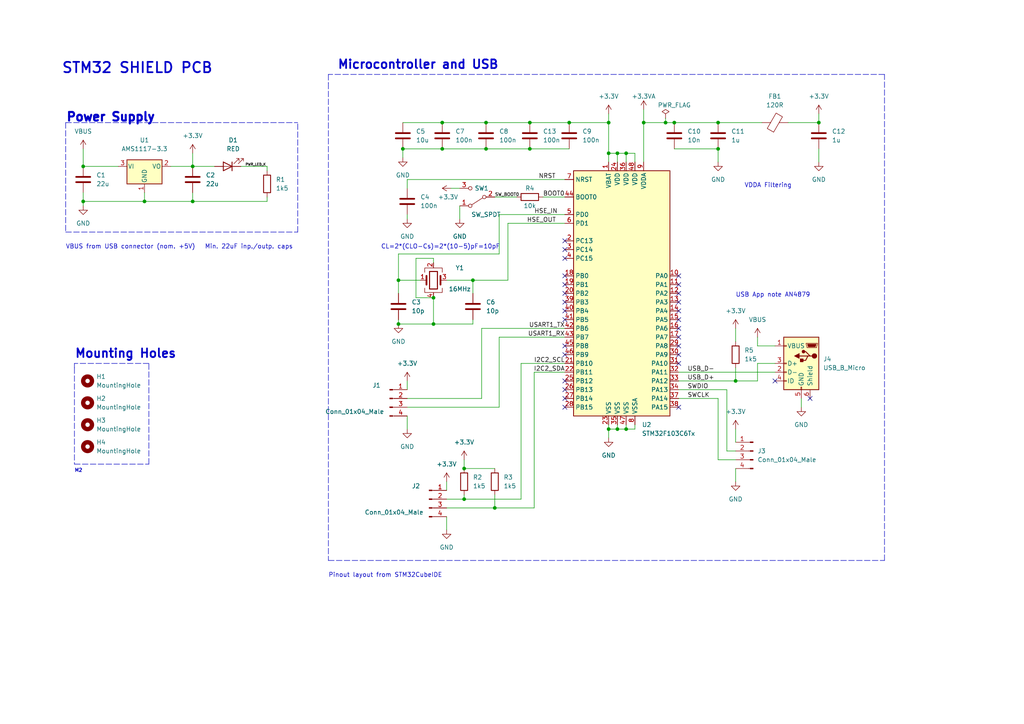
<source format=kicad_sch>
(kicad_sch (version 20211123) (generator eeschema)
  (paper "A4")
  (title_block (title "STM32 Shield PCB") (date "2024-04-16") (rev "0.1") (company "Robert Zhang"))
  (lib_symbols
    (symbol "Connector:Conn_01x04_Male" (pin_names (offset 1.016) hide)
      (property "Reference" "J" (at 0 5.08 0))
      (property "Value" "Conn_01x04_Male" (at 0 -7.62 0))
      (symbol "Conn_01x04_Male_1_1"
        (polyline (pts (xy 1.27 -5.08) (xy 0.8636 -5.08)) (stroke (width 0.1524)))
        (polyline (pts (xy 1.27 -2.54) (xy 0.8636 -2.54)) (stroke (width 0.1524)))
        (polyline (pts (xy 1.27 0) (xy 0.8636 0)) (stroke (width 0.1524)))
        (polyline (pts (xy 1.27 2.54) (xy 0.8636 2.54)) (stroke (width 0.1524)))
        (rectangle (start 0.8636 -4.953) (end 0 -5.207) (stroke (width 0.1524)) (fill (type outline)))
        (rectangle (start 0.8636 -2.413) (end 0 -2.667) (stroke (width 0.1524)) (fill (type outline)))
        (rectangle (start 0.8636 0.127) (end 0 -0.127) (stroke (width 0.1524)) (fill (type outline)))
        (rectangle (start 0.8636 2.667) (end 0 2.413) (stroke (width 0.1524)) (fill (type outline)))
        (pin passive line (at 5.08 2.54 180) (length 3.81) (name "Pin_1") (number "1"))
        (pin passive line (at 5.08 0 180) (length 3.81) (name "Pin_2") (number "2"))
        (pin passive line (at 5.08 -2.54 180) (length 3.81) (name "Pin_3") (number "3"))
        (pin passive line (at 5.08 -5.08 180) (length 3.81) (name "Pin_4") (number "4"))
      )
    )
    (symbol "Connector:USB_B_Micro" (pin_names (offset 1.016))
      (property "Reference" "J" (at -5.08 11.43 0))
      (property "Value" "USB_B_Micro" (at -5.08 8.89 0))
      (symbol "USB_B_Micro_0_1"
        (rectangle (start -5.08 -7.62) (end 5.08 7.62) (stroke (width 0.254)) (fill (type background)))
        (circle (center -3.81 2.159) (radius 0.635) (stroke (width 0.254)) (fill (type outline)))
        (circle (center -0.635 3.429) (radius 0.381) (stroke (width 0.254)) (fill (type outline)))
        (rectangle (start -0.127 -7.62) (end 0.127 -6.858))
        (polyline (pts (xy -1.905 2.159) (xy 0.635 2.159)) (stroke (width 0.254)))
        (polyline (pts (xy -3.175 2.159) (xy -2.54 2.159) (xy -1.27 3.429) (xy -0.635 3.429)) (stroke (width 0.254)))
        (polyline (pts (xy -2.54 2.159) (xy -1.905 2.159) (xy -1.27 0.889) (xy 0 0.889)) (stroke (width 0.254)))
        (polyline (pts (xy 0.635 2.794) (xy 0.635 1.524) (xy 1.905 2.159) (xy 0.635 2.794)) (stroke (width 0.254)) (fill (type outline)))
        (polyline (pts (xy -4.318 5.588) (xy -1.778 5.588) (xy -2.032 4.826) (xy -4.064 4.826) (xy -4.318 5.588)) (fill (type outline)))
        (polyline (pts (xy -4.699 5.842) (xy -4.699 5.588) (xy -4.445 4.826) (xy -4.445 4.572) (xy -1.651 4.572) (xy -1.651 4.826) (xy -1.397 5.588) (xy -1.397 5.842) (xy -4.699 5.842)))
        (rectangle (start 0.254 1.27) (end -0.508 0.508) (stroke (width 0.254)) (fill (type outline)))
        (rectangle (start 5.08 -5.207) (end 4.318 -4.953))
        (rectangle (start 5.08 -2.667) (end 4.318 -2.413))
        (rectangle (start 5.08 -0.127) (end 4.318 0.127))
        (rectangle (start 5.08 4.953) (end 4.318 5.207))
      )
      (symbol "USB_B_Micro_1_1"
        (pin power_out line (at 7.62 5.08 180) (length 2.54) (name "VBUS") (number "1"))
        (pin bidirectional line (at 7.62 -2.54 180) (length 2.54) (name "D-") (number "2"))
        (pin bidirectional line (at 7.62 0 180) (length 2.54) (name "D+") (number "3"))
        (pin passive line (at 7.62 -5.08 180) (length 2.54) (name "ID") (number "4"))
        (pin power_out line (at 0 -10.16 90) (length 2.54) (name "GND") (number "5"))
        (pin passive line (at -2.54 -10.16 90) (length 2.54) (name "Shield") (number "6"))
      )
    )
    (symbol "Device:C" (pin_numbers hide) (pin_names (offset 0.254))
      (property "Reference" "C" (at 0.635 2.54 0))
      (property "Value" "C" (at 0.635 -2.54 0))
      (symbol "C_0_1"
        (polyline (pts (xy -2.032 -0.762) (xy 2.032 -0.762)) (stroke (width 0.508)))
        (polyline (pts (xy -2.032 0.762) (xy 2.032 0.762)) (stroke (width 0.508)))
      )
      (symbol "C_1_1"
        (pin passive line (at 0 3.81 270) (length 2.794) (name "~") (number "1"))
        (pin passive line (at 0 -3.81 90) (length 2.794) (name "~") (number "2"))
      )
    )
    (symbol "Device:Crystal_GND24" (pin_names (offset 1.016) hide)
      (property "Reference" "Y" (at 3.175 5.08 0))
      (property "Value" "Crystal_GND24" (at 3.175 3.175 0))
      (symbol "Crystal_GND24_0_1"
        (rectangle (start -1.143 2.54) (end 1.143 -2.54) (stroke (width 0.3048)))
        (polyline (pts (xy -2.54 0) (xy -2.032 0)))
        (polyline (pts (xy -2.032 -1.27) (xy -2.032 1.27)) (stroke (width 0.508)))
        (polyline (pts (xy 0 -3.81) (xy 0 -3.556)))
        (polyline (pts (xy 0 3.556) (xy 0 3.81)))
        (polyline (pts (xy 2.032 -1.27) (xy 2.032 1.27)) (stroke (width 0.508)))
        (polyline (pts (xy 2.032 0) (xy 2.54 0)))
        (polyline (pts (xy -2.54 -2.286) (xy -2.54 -3.556) (xy 2.54 -3.556) (xy 2.54 -2.286)))
        (polyline (pts (xy -2.54 2.286) (xy -2.54 3.556) (xy 2.54 3.556) (xy 2.54 2.286)))
      )
      (symbol "Crystal_GND24_1_1"
        (pin passive line (at -3.81 0 0) (length 1.27) (name "1") (number "1"))
        (pin passive line (at 0 5.08 270) (length 1.27) (name "2") (number "2"))
        (pin passive line (at 3.81 0 180) (length 1.27) (name "3") (number "3"))
        (pin passive line (at 0 -5.08 90) (length 1.27) (name "4") (number "4"))
      )
    )
    (symbol "Device:FerriteBead" (pin_numbers hide) (pin_names (offset 0))
      (property "Reference" "FB" (at -3.81 0.635 90))
      (property "Value" "FerriteBead" (at 3.81 0 90))
      (symbol "FerriteBead_0_1"
        (polyline (pts (xy 0 -1.27) (xy 0 -1.2192)))
        (polyline (pts (xy 0 1.27) (xy 0 1.2954)))
        (polyline (pts (xy -2.7686 0.4064) (xy -1.7018 2.2606) (xy 2.7686 -0.3048) (xy 1.6764 -2.159) (xy -2.7686 0.4064)))
      )
      (symbol "FerriteBead_1_1"
        (pin passive line (at 0 3.81 270) (length 2.54) (name "~") (number "1"))
        (pin passive line (at 0 -3.81 90) (length 2.54) (name "~") (number "2"))
      )
    )
    (symbol "Device:LED" (pin_numbers hide) (pin_names (offset 1.016) hide)
      (property "Reference" "D" (at 0 2.54 0))
      (property "Value" "LED" (at 0 -2.54 0))
      (symbol "LED_0_1"
        (polyline (pts (xy -1.27 -1.27) (xy -1.27 1.27)) (stroke (width 0.254)))
        (polyline (pts (xy -1.27 0) (xy 1.27 0)))
        (polyline (pts (xy 1.27 -1.27) (xy 1.27 1.27) (xy -1.27 0) (xy 1.27 -1.27)) (stroke (width 0.254)))
        (polyline (pts (xy -3.048 -0.762) (xy -4.572 -2.286) (xy -3.81 -2.286) (xy -4.572 -2.286) (xy -4.572 -1.524)))
        (polyline (pts (xy -1.778 -0.762) (xy -3.302 -2.286) (xy -2.54 -2.286) (xy -3.302 -2.286) (xy -3.302 -1.524)))
      )
      (symbol "LED_1_1"
        (pin passive line (at -3.81 0 0) (length 2.54) (name "K") (number "1"))
        (pin passive line (at 3.81 0 180) (length 2.54) (name "A") (number "2"))
      )
    )
    (symbol "Device:R" (pin_numbers hide) (pin_names (offset 0))
      (property "Reference" "R" (at 2.032 0 90))
      (property "Value" "R" (at 0 0 90))
      (symbol "R_0_1"
        (rectangle (start -1.016 -2.54) (end 1.016 2.54) (stroke (width 0.254)))
      )
      (symbol "R_1_1"
        (pin passive line (at 0 3.81 270) (length 1.27) (name "~") (number "1"))
        (pin passive line (at 0 -3.81 90) (length 1.27) (name "~") (number "2"))
      )
    )
    (symbol "MCU_ST_STM32F1:STM32F103C6Tx"
      (property "Reference" "U" (at -15.24 36.83 0))
      (property "Value" "STM32F103C6Tx" (at 7.62 36.83 0))
      (symbol "STM32F103C6Tx_0_1"
        (rectangle (start -15.24 -35.56) (end 12.7 35.56) (stroke (width 0.254)) (fill (type background)))
      )
      (symbol "STM32F103C6Tx_1_1"
        (pin power_in line (at -5.08 38.1 270) (length 2.54) (name "VBAT") (number "1"))
        (pin bidirectional line (at 15.24 5.08 180) (length 2.54) (name "PA0") (number "10"))
        (pin bidirectional line (at 15.24 2.54 180) (length 2.54) (name "PA1") (number "11"))
        (pin bidirectional line (at 15.24 0 180) (length 2.54) (name "PA2") (number "12"))
        (pin bidirectional line (at 15.24 -2.54 180) (length 2.54) (name "PA3") (number "13"))
        (pin bidirectional line (at 15.24 -5.08 180) (length 2.54) (name "PA4") (number "14"))
        (pin bidirectional line (at 15.24 -7.62 180) (length 2.54) (name "PA5") (number "15"))
        (pin bidirectional line (at 15.24 -10.16 180) (length 2.54) (name "PA6") (number "16"))
        (pin bidirectional line (at 15.24 -12.7 180) (length 2.54) (name "PA7") (number "17"))
        (pin bidirectional line (at -17.78 5.08 0) (length 2.54) (name "PB0") (number "18"))
        (pin bidirectional line (at -17.78 2.54 0) (length 2.54) (name "PB1") (number "19"))
        (pin bidirectional line (at -17.78 15.24 0) (length 2.54) (name "PC13") (number "2"))
        (pin bidirectional line (at -17.78 0 0) (length 2.54) (name "PB2") (number "20"))
        (pin bidirectional line (at -17.78 -20.32 0) (length 2.54) (name "PB10") (number "21"))
        (pin bidirectional line (at -17.78 -22.86 0) (length 2.54) (name "PB11") (number "22"))
        (pin power_in line (at -5.08 -38.1 90) (length 2.54) (name "VSS") (number "23"))
        (pin power_in line (at -2.54 38.1 270) (length 2.54) (name "VDD") (number "24"))
        (pin bidirectional line (at -17.78 -25.4 0) (length 2.54) (name "PB12") (number "25"))
        (pin bidirectional line (at -17.78 -27.94 0) (length 2.54) (name "PB13") (number "26"))
        (pin bidirectional line (at -17.78 -30.48 0) (length 2.54) (name "PB14") (number "27"))
        (pin bidirectional line (at -17.78 -33.02 0) (length 2.54) (name "PB15") (number "28"))
        (pin bidirectional line (at 15.24 -15.24 180) (length 2.54) (name "PA8") (number "29"))
        (pin bidirectional line (at -17.78 12.7 0) (length 2.54) (name "PC14") (number "3"))
        (pin bidirectional line (at 15.24 -17.78 180) (length 2.54) (name "PA9") (number "30"))
        (pin bidirectional line (at 15.24 -20.32 180) (length 2.54) (name "PA10") (number "31"))
        (pin bidirectional line (at 15.24 -22.86 180) (length 2.54) (name "PA11") (number "32"))
        (pin bidirectional line (at 15.24 -25.4 180) (length 2.54) (name "PA12") (number "33"))
        (pin bidirectional line (at 15.24 -27.94 180) (length 2.54) (name "PA13") (number "34"))
        (pin power_in line (at -2.54 -38.1 90) (length 2.54) (name "VSS") (number "35"))
        (pin power_in line (at 0 38.1 270) (length 2.54) (name "VDD") (number "36"))
        (pin bidirectional line (at 15.24 -30.48 180) (length 2.54) (name "PA14") (number "37"))
        (pin bidirectional line (at 15.24 -33.02 180) (length 2.54) (name "PA15") (number "38"))
        (pin bidirectional line (at -17.78 -2.54 0) (length 2.54) (name "PB3") (number "39"))
        (pin bidirectional line (at -17.78 10.16 0) (length 2.54) (name "PC15") (number "4"))
        (pin bidirectional line (at -17.78 -5.08 0) (length 2.54) (name "PB4") (number "40"))
        (pin bidirectional line (at -17.78 -7.62 0) (length 2.54) (name "PB5") (number "41"))
        (pin bidirectional line (at -17.78 -10.16 0) (length 2.54) (name "PB6") (number "42"))
        (pin bidirectional line (at -17.78 -12.7 0) (length 2.54) (name "PB7") (number "43"))
        (pin input line (at -17.78 27.94 0) (length 2.54) (name "BOOT0") (number "44"))
        (pin bidirectional line (at -17.78 -15.24 0) (length 2.54) (name "PB8") (number "45"))
        (pin bidirectional line (at -17.78 -17.78 0) (length 2.54) (name "PB9") (number "46"))
        (pin power_in line (at 0 -38.1 90) (length 2.54) (name "VSS") (number "47"))
        (pin power_in line (at 2.54 38.1 270) (length 2.54) (name "VDD") (number "48"))
        (pin input line (at -17.78 22.86 0) (length 2.54) (name "PD0") (number "5"))
        (pin input line (at -17.78 20.32 0) (length 2.54) (name "PD1") (number "6"))
        (pin input line (at -17.78 33.02 0) (length 2.54) (name "NRST") (number "7"))
        (pin power_in line (at 2.54 -38.1 90) (length 2.54) (name "VSSA") (number "8"))
        (pin power_in line (at 5.08 38.1 270) (length 2.54) (name "VDDA") (number "9"))
      )
    )
    (symbol "Mechanical:MountingHole" (pin_names (offset 1.016))
      (property "Reference" "H" (at 0 5.08 0))
      (property "Value" "MountingHole" (at 0 3.175 0))
      (symbol "MountingHole_0_1"
        (circle (center 0 0) (radius 1.27) (stroke (width 1.27)))
      )
    )
    (symbol "Regulator_Linear:AMS1117-3.3" (pin_names (offset 0.254))
      (property "Reference" "U" (at -3.81 3.175 0))
      (property "Value" "AMS1117-3.3" (at 0 3.175 0))
      (symbol "AMS1117-3.3_0_1"
        (rectangle (start -5.08 -5.08) (end 5.08 1.905) (stroke (width 0.254)) (fill (type background)))
      )
      (symbol "AMS1117-3.3_1_1"
        (pin power_in line (at 0 -7.62 90) (length 2.54) (name "GND") (number "1"))
        (pin power_out line (at 7.62 0 180) (length 2.54) (name "VO") (number "2"))
        (pin power_in line (at -7.62 0 0) (length 2.54) (name "VI") (number "3"))
      )
    )
    (symbol "Switch:SW_SPDT" (pin_names (offset 0) hide)
      (property "Reference" "SW" (at 0 4.318 0))
      (property "Value" "SW_SPDT" (at 0 -5.08 0))
      (symbol "SW_SPDT_0_0"
        (circle (center -2.032 0) (radius 0.508))
        (circle (center 2.032 -2.54) (radius 0.508))
      )
      (symbol "SW_SPDT_0_1"
        (polyline (pts (xy -1.524 0.254) (xy 1.651 2.286)))
        (circle (center 2.032 2.54) (radius 0.508))
      )
      (symbol "SW_SPDT_1_1"
        (pin passive line (at 5.08 2.54 180) (length 2.54) (name "A") (number "1"))
        (pin passive line (at -5.08 0 0) (length 2.54) (name "B") (number "2"))
        (pin passive line (at 5.08 -2.54 180) (length 2.54) (name "C") (number "3"))
      )
    )
    (symbol "power:+3.3V" (power) (pin_names (offset 0))
      (property "Value" "+3.3V" (at 0 3.556 0))
      (symbol "+3.3V_0_1"
        (polyline (pts (xy -0.762 1.27) (xy 0 2.54)))
        (polyline (pts (xy 0 0) (xy 0 2.54)))
        (polyline (pts (xy 0 2.54) (xy 0.762 1.27)))
      )
      (symbol "+3.3V_1_1"
        (pin power_in line (at 0 0 90) (length 0) hide (name "+3.3V") (number "1"))
      )
    )
    (symbol "power:+3.3VA" (power) (pin_names (offset 0))
      (property "Value" "+3.3VA" (at 0 3.556 0))
      (symbol "+3.3VA_0_1"
        (polyline (pts (xy -0.762 1.27) (xy 0 2.54)))
        (polyline (pts (xy 0 0) (xy 0 2.54)))
        (polyline (pts (xy 0 2.54) (xy 0.762 1.27)))
      )
      (symbol "+3.3VA_1_1"
        (pin power_in line (at 0 0 90) (length 0) hide (name "+3.3VA") (number "1"))
      )
    )
    (symbol "power:GND" (power) (pin_names (offset 0))
      (property "Value" "GND" (at 0 -3.81 0))
      (symbol "GND_0_1"
        (polyline (pts (xy 0 0) (xy 0 -1.27) (xy 1.27 -1.27) (xy 0 -2.54) (xy -1.27 -1.27) (xy 0 -1.27)))
      )
      (symbol "GND_1_1"
        (pin power_in line (at 0 0 270) (length 0) hide (name "GND") (number "1"))
      )
    )
    (symbol "power:PWR_FLAG" (power) (pin_numbers hide) (pin_names (offset 0) hide)
      (property "Value" "PWR_FLAG" (at 0 3.81 0))
      (symbol "PWR_FLAG_0_0"
        (pin power_out line (at 0 0 90) (length 0) (name "pwr") (number "1"))
      )
      (symbol "PWR_FLAG_0_1"
        (polyline (pts (xy 0 0) (xy 0 1.27) (xy -1.016 1.905) (xy 0 2.54) (xy 1.016 1.905) (xy 0 1.27)))
      )
    )
    (symbol "power:VBUS" (power) (pin_names (offset 0))
      (property "Value" "VBUS" (at 0 3.81 0))
      (symbol "VBUS_0_1"
        (polyline (pts (xy -0.762 1.27) (xy 0 2.54)))
        (polyline (pts (xy 0 0) (xy 0 2.54)))
        (polyline (pts (xy 0 2.54) (xy 0.762 1.27)))
      )
      (symbol "VBUS_1_1"
        (pin power_in line (at 0 0 90) (length 0) hide (name "VBUS") (number "1"))
      )
    )
  )
  (junction (at 208.28 35.56))
  (junction (at 125.73 86.36))
  (junction (at 176.53 35.56))
  (junction (at 115.57 93.98))
  (junction (at 153.67 43.18))
  (junction (at 140.97 35.56))
  (junction (at 208.28 43.18))
  (junction (at 128.27 35.56))
  (junction (at 116.84 43.18))
  (junction (at 115.57 81.28))
  (junction (at 237.49 35.56))
  (junction (at 125.73 93.98))
  (junction (at 134.62 135.89))
  (junction (at 24.13 58.42))
  (junction (at 41.91 58.42))
  (junction (at 181.61 44.45))
  (junction (at 193.04 35.56))
  (junction (at 181.61 124.46))
  (junction (at 55.88 48.26))
  (junction (at 195.58 35.56))
  (junction (at 55.88 58.42))
  (junction (at 176.53 124.46))
  (junction (at 137.16 81.28))
  (junction (at 143.51 147.32))
  (junction (at 134.62 144.78))
  (junction (at 24.13 48.26))
  (junction (at 179.07 124.46))
  (junction (at 213.36 110.49))
  (junction (at 165.1 35.56))
  (junction (at 153.67 35.56))
  (junction (at 179.07 44.45))
  (junction (at 186.69 35.56))
  (junction (at 128.27 43.18))
  (junction (at 140.97 43.18))
  (junction (at 176.53 44.45))
  (no_connect (at 163.83 69.85))
  (no_connect (at 196.85 92.71))
  (no_connect (at 163.83 85.09))
  (no_connect (at 196.85 82.55))
  (no_connect (at 163.83 82.55))
  (no_connect (at 224.79 110.49))
  (no_connect (at 196.85 100.33))
  (no_connect (at 196.85 97.79))
  (no_connect (at 163.83 74.93))
  (no_connect (at 163.83 110.49))
  (no_connect (at 163.83 90.17))
  (no_connect (at 196.85 95.25))
  (no_connect (at 196.85 85.09))
  (no_connect (at 196.85 118.11))
  (no_connect (at 163.83 115.57))
  (no_connect (at 163.83 102.87))
  (no_connect (at 163.83 118.11))
  (no_connect (at 163.83 80.01))
  (no_connect (at 163.83 87.63))
  (no_connect (at 196.85 102.87))
  (no_connect (at 163.83 72.39))
  (no_connect (at 163.83 92.71))
  (no_connect (at 196.85 105.41))
  (no_connect (at 196.85 87.63))
  (no_connect (at 163.83 100.33))
  (no_connect (at 196.85 80.01))
  (no_connect (at 234.95 115.57))
  (no_connect (at 163.83 113.03))
  (no_connect (at 196.85 90.17))
  (wire (pts (xy 213.36 106.68) (xy 213.36 110.49)))
  (polyline (pts (xy 43.18 105.41) (xy 21.59 105.41)))
  (wire (pts (xy 118.11 120.65) (xy 118.11 124.46)))
  (wire (pts (xy 49.53 48.26) (xy 55.88 48.26)))
  (wire (pts (xy 144.78 118.11) (xy 144.78 97.79)))
  (wire (pts (xy 179.07 124.46) (xy 179.07 123.19)))
  (wire (pts (xy 147.32 81.28) (xy 147.32 64.77)))
  (wire (pts (xy 219.71 105.41) (xy 224.79 105.41)))
  (wire (pts (xy 179.07 124.46) (xy 181.61 124.46)))
  (wire (pts (xy 154.94 147.32) (xy 154.94 107.95)))
  (wire (pts (xy 213.36 124.46) (xy 213.36 128.27)))
  (wire (pts (xy 24.13 48.26) (xy 34.29 48.26)))
  (wire (pts (xy 55.88 48.26) (xy 62.23 48.26)))
  (wire (pts (xy 176.53 124.46) (xy 179.07 124.46)))
  (wire (pts (xy 77.47 58.42) (xy 55.88 58.42)))
  (wire (pts (xy 219.71 97.79) (xy 219.71 100.33)))
  (wire (pts (xy 213.36 135.89) (xy 213.36 139.7)))
  (wire (pts (xy 120.65 74.93) (xy 120.65 86.36)))
  (wire (pts (xy 144.78 73.66) (xy 144.78 62.23)))
  (wire (pts (xy 116.84 43.18) (xy 116.84 45.72)))
  (wire (pts (xy 193.04 35.56) (xy 186.69 35.56)))
  (wire (pts (xy 143.51 135.89) (xy 134.62 135.89)))
  (wire (pts (xy 144.78 97.79) (xy 163.83 97.79)))
  (wire (pts (xy 120.65 86.36) (xy 125.73 86.36)))
  (polyline (pts (xy 19.05 35.56) (xy 86.36 35.56)))
  (polyline (pts (xy 86.36 67.31) (xy 86.36 35.56)))
  (wire (pts (xy 115.57 81.28) (xy 115.57 73.66)))
  (polyline (pts (xy 95.25 24.13) (xy 95.25 162.56)))
  (wire (pts (xy 115.57 81.28) (xy 115.57 85.09)))
  (wire (pts (xy 69.85 48.26) (xy 77.47 48.26)))
  (wire (pts (xy 196.85 110.49) (xy 213.36 110.49)))
  (wire (pts (xy 186.69 31.75) (xy 186.69 35.56)))
  (wire (pts (xy 151.13 144.78) (xy 151.13 105.41)))
  (wire (pts (xy 176.53 33.02) (xy 176.53 35.56)))
  (wire (pts (xy 24.13 58.42) (xy 24.13 59.69)))
  (wire (pts (xy 115.57 73.66) (xy 144.78 73.66)))
  (wire (pts (xy 134.62 143.51) (xy 134.62 144.78)))
  (wire (pts (xy 179.07 44.45) (xy 179.07 46.99)))
  (wire (pts (xy 181.61 44.45) (xy 184.15 44.45)))
  (wire (pts (xy 118.11 115.57) (xy 139.7 115.57)))
  (polyline (pts (xy 19.05 35.56) (xy 19.05 67.31)))
  (wire (pts (xy 140.97 35.56) (xy 153.67 35.56)))
  (wire (pts (xy 125.73 93.98) (xy 137.16 93.98)))
  (wire (pts (xy 153.67 35.56) (xy 165.1 35.56)))
  (wire (pts (xy 196.85 113.03) (xy 210.82 113.03)))
  (wire (pts (xy 55.88 44.45) (xy 55.88 48.26)))
  (wire (pts (xy 143.51 147.32) (xy 154.94 147.32)))
  (wire (pts (xy 125.73 74.93) (xy 120.65 74.93)))
  (polyline (pts (xy 19.05 67.31) (xy 86.36 67.31)))
  (wire (pts (xy 213.36 95.25) (xy 213.36 99.06)))
  (wire (pts (xy 179.07 44.45) (xy 181.61 44.45)))
  (wire (pts (xy 24.13 58.42) (xy 41.91 58.42)))
  (wire (pts (xy 176.53 123.19) (xy 176.53 124.46)))
  (wire (pts (xy 116.84 43.18) (xy 128.27 43.18)))
  (wire (pts (xy 133.35 59.69) (xy 133.35 63.5)))
  (wire (pts (xy 147.32 64.77) (xy 163.83 64.77)))
  (polyline (pts (xy 21.59 134.62) (xy 43.18 134.62)))
  (wire (pts (xy 130.81 54.61) (xy 133.35 54.61)))
  (wire (pts (xy 137.16 92.71) (xy 137.16 93.98)))
  (wire (pts (xy 128.27 35.56) (xy 140.97 35.56)))
  (wire (pts (xy 118.11 54.61) (xy 118.11 52.07)))
  (wire (pts (xy 219.71 100.33) (xy 224.79 100.33)))
  (wire (pts (xy 219.71 110.49) (xy 219.71 105.41)))
  (wire (pts (xy 118.11 110.49) (xy 118.11 113.03)))
  (wire (pts (xy 144.78 62.23) (xy 163.83 62.23)))
  (wire (pts (xy 139.7 115.57) (xy 139.7 95.25)))
  (wire (pts (xy 208.28 43.18) (xy 208.28 46.99)))
  (wire (pts (xy 24.13 43.18) (xy 24.13 48.26)))
  (wire (pts (xy 181.61 124.46) (xy 181.61 123.19)))
  (wire (pts (xy 165.1 35.56) (xy 176.53 35.56)))
  (wire (pts (xy 208.28 133.35) (xy 208.28 115.57)))
  (wire (pts (xy 181.61 124.46) (xy 184.15 124.46)))
  (wire (pts (xy 134.62 144.78) (xy 151.13 144.78)))
  (wire (pts (xy 237.49 43.18) (xy 237.49 46.99)))
  (wire (pts (xy 118.11 62.23) (xy 118.11 63.5)))
  (wire (pts (xy 143.51 143.51) (xy 143.51 147.32)))
  (wire (pts (xy 157.48 57.15) (xy 163.83 57.15)))
  (wire (pts (xy 210.82 130.81) (xy 210.82 113.03)))
  (wire (pts (xy 213.36 130.81) (xy 210.82 130.81)))
  (wire (pts (xy 176.53 44.45) (xy 176.53 46.99)))
  (wire (pts (xy 208.28 35.56) (xy 195.58 35.56)))
  (wire (pts (xy 176.53 35.56) (xy 176.53 44.45)))
  (wire (pts (xy 129.54 147.32) (xy 143.51 147.32)))
  (wire (pts (xy 77.47 48.26) (xy 77.47 49.53)))
  (wire (pts (xy 237.49 33.02) (xy 237.49 35.56)))
  (wire (pts (xy 55.88 55.88) (xy 55.88 58.42)))
  (wire (pts (xy 115.57 93.98) (xy 125.73 93.98)))
  (wire (pts (xy 41.91 55.88) (xy 41.91 58.42)))
  (wire (pts (xy 176.53 124.46) (xy 176.53 127)))
  (wire (pts (xy 153.67 43.18) (xy 165.1 43.18)))
  (wire (pts (xy 139.7 95.25) (xy 163.83 95.25)))
  (wire (pts (xy 125.73 74.93) (xy 125.73 76.2)))
  (polyline (pts (xy 43.18 134.62) (xy 43.18 105.41)))
  (wire (pts (xy 186.69 35.56) (xy 186.69 46.99)))
  (wire (pts (xy 125.73 86.36) (xy 125.73 93.98)))
  (polyline (pts (xy 256.54 21.59) (xy 95.25 21.59)))
  (wire (pts (xy 77.47 57.15) (xy 77.47 58.42)))
  (wire (pts (xy 154.94 107.95) (xy 163.83 107.95)))
  (wire (pts (xy 176.53 44.45) (xy 179.07 44.45)))
  (wire (pts (xy 129.54 144.78) (xy 134.62 144.78)))
  (wire (pts (xy 129.54 81.28) (xy 137.16 81.28)))
  (polyline (pts (xy 256.54 162.56) (xy 256.54 21.59)))
  (wire (pts (xy 196.85 115.57) (xy 208.28 115.57)))
  (wire (pts (xy 134.62 133.35) (xy 134.62 135.89)))
  (wire (pts (xy 115.57 92.71) (xy 115.57 93.98)))
  (wire (pts (xy 116.84 35.56) (xy 128.27 35.56)))
  (wire (pts (xy 118.11 52.07) (xy 163.83 52.07)))
  (wire (pts (xy 129.54 149.86) (xy 129.54 153.67)))
  (wire (pts (xy 140.97 43.18) (xy 153.67 43.18)))
  (wire (pts (xy 24.13 55.88) (xy 24.13 58.42)))
  (wire (pts (xy 184.15 44.45) (xy 184.15 46.99)))
  (wire (pts (xy 181.61 44.45) (xy 181.61 46.99)))
  (polyline (pts (xy 95.25 162.56) (xy 256.54 162.56)))
  (wire (pts (xy 196.85 107.95) (xy 224.79 107.95)))
  (wire (pts (xy 184.15 124.46) (xy 184.15 123.19)))
  (polyline (pts (xy 95.25 21.59) (xy 95.25 24.13)))
  (wire (pts (xy 228.6 35.56) (xy 237.49 35.56)))
  (wire (pts (xy 193.04 34.29) (xy 193.04 35.56)))
  (wire (pts (xy 143.51 57.15) (xy 149.86 57.15)))
  (wire (pts (xy 213.36 133.35) (xy 208.28 133.35)))
  (wire (pts (xy 41.91 58.42) (xy 55.88 58.42)))
  (wire (pts (xy 128.27 43.18) (xy 140.97 43.18)))
  (wire (pts (xy 208.28 35.56) (xy 220.98 35.56)))
  (wire (pts (xy 137.16 81.28) (xy 147.32 81.28)))
  (wire (pts (xy 232.41 115.57) (xy 232.41 118.11)))
  (polyline (pts (xy 21.59 106.68) (xy 21.59 134.62)))
  (wire (pts (xy 151.13 105.41) (xy 163.83 105.41)))
  (wire (pts (xy 137.16 81.28) (xy 137.16 85.09)))
  (wire (pts (xy 213.36 110.49) (xy 219.71 110.49)))
  (polyline (pts (xy 21.59 105.41) (xy 21.59 106.68)))
  (wire (pts (xy 115.57 81.28) (xy 121.92 81.28)))
  (wire (pts (xy 129.54 139.7) (xy 129.54 142.24)))
  (wire (pts (xy 195.58 43.18) (xy 208.28 43.18)))
  (wire (pts (xy 118.11 118.11) (xy 144.78 118.11)))
  (wire (pts (xy 195.58 35.56) (xy 193.04 35.56)))
  (text "Microcontroller and USB" (at 97.79 20.32 0) (effects (font (size 2.5 2.5) (thickness 0.5) bold) (justify left bottom)))
  (text "Mounting Holes" (at 21.59 104.14 0) (effects (font (size 2.5 2.5) bold) (justify left bottom)))
  (text "CL=2*(CLO-Cs)=2*(10-5)pF=10pF" (at 110.49 72.39 0) (effects (font (size 1.27 1.27)) (justify left bottom)))
  (text "VBUS from USB connector (nom. +5V)   Min. 22uF inp./outp. caps" (at 19.05 72.39 0) (effects (font (size 1.27 1.27)) (justify left bottom)))
  (text "VDDA Filtering" (at 215.9 54.61 0) (effects (font (size 1.27 1.27)) (justify left bottom)))
  (text "M2" (at 21.59 137.16 0) (effects (font (size 1 1) bold) (justify left bottom)))
  (text "Pinout layout from STM32CubeIDE" (at 95.25 167.64 0) (effects (font (size 1.27 1.27)) (justify left bottom)))
  (text "USB App note AN4879" (at 213.36 86.36 0) (effects (font (size 1.27 1.27)) (justify left bottom)))
  (text "Power Supply\n" (at 19.05 35.56 0) (effects (font (size 2.5 2.5) (thickness 0.6) bold) (justify left bottom)))
  (text "STM32 SHIELD PCB" (at 17.78 21.59 0) (effects (font (size 3 3) (thickness 0.5) bold) (justify left bottom)))
  (label "HSE_OUT" (at 161.29 64.77 180))
  (label "USB_D-" (at 199.39 107.95 0))
  (label "USB_D+" (at 199.39 110.49 0))
  (label "I2C2_SCL" (at 163.83 105.41 180))
  (label "USART1_RX" (at 163.83 97.79 180))
  (label "PWR_LED_K" (at 71.12 48.26 0) (effects (font (size 0.7 0.7))))
  (label "NRST" (at 156.21 52.07 0))
  (label "SW_BOOT0" (at 143.51 57.15 0) (effects (font (size 0.9 0.9))))
  (label "SWDIO" (at 199.39 113.03 0))
  (label "USART1_TX" (at 163.83 95.25 180))
  (label "SWCLK" (at 199.39 115.57 0))
  (label "HSE_IN" (at 154.94 62.23 0))
  (label "I2C2_SDA" (at 163.83 107.95 180))
  (label "BOOT0" (at 157.48 57.15 0))
  (symbol (lib_id "power:GND") (at 129.54 153.67 0) (unit 1)
    (property "Reference" "#PWR010" (effects hide))
    (property "Value" "GND" (at 129.54 158.75 0))
  )
  (symbol (lib_id "power:VBUS") (at 219.71 97.79 0) (unit 1)
    (property "Reference" "#PWR021" (effects hide))
    (property "Value" "VBUS" (at 219.71 92.71 0))
  )
  (symbol (lib_id "power:+3.3V") (at 118.11 110.49 0) (unit 1)
    (property "Reference" "#PWR06" (effects hide))
    (property "Value" "+3.3V" (at 118.11 105.41 0))
  )
  (symbol (lib_id "power:+3.3V") (at 213.36 124.46 0) (unit 1)
    (property "Reference" "#PWR019" (effects hide))
    (property "Value" "+3.3V" (at 213.36 119.38 0))
  )
  (symbol (lib_id "Device:FerriteBead") (at 224.79 35.56 90) (unit 1)
    (property "Reference" "FB1" (at 224.7392 27.94 90))
    (property "Value" "120R" (at 224.7392 30.48 90))
    (property "Footprint" "Inductor_SMD:L_0603_1608Metric" (effects hide))
  )
  (symbol (lib_id "Regulator_Linear:AMS1117-3.3") (at 41.91 48.26 0) (unit 1)
    (property "Reference" "U1" (at 41.91 40.64 0))
    (property "Value" "AMS1117-3.3" (at 41.91 43.18 0))
    (property "Footprint" "Package_TO_SOT_SMD:SOT-223-3_TabPin2" (effects hide))
    (property "Datasheet" "http://www.advanced-monolithic.com/pdf/ds1117.pdf" (effects hide))
  )
  (symbol (lib_id "Connector:Conn_01x04_Male") (at 218.44 130.81 0) (mirror y) (unit 1)
    (property "Reference" "J3" (at 219.71 130.8099 0) (effects (justify right)))
    (property "Value" "Conn_01x04_Male" (at 219.71 133.3499 0) (effects (justify right)))
    (property "Footprint" "Connector_PinHeader_2.54mm:PinHeader_1x04_P2.54mm_Vertical" (effects hide))
  )
  (symbol (lib_id "Device:C") (at 195.58 39.37 0) (unit 1)
    (property "Reference" "C10" (at 199.39 38.0999 0) (effects (justify left)))
    (property "Value" "10n" (at 199.39 40.6399 0) (effects (justify left)))
    (property "Footprint" "Capacitor_SMD:C_0402_1005Metric" (effects hide))
  )
  (symbol (lib_id "Device:C") (at 237.49 39.37 0) (unit 1)
    (property "Reference" "C12" (at 241.3 38.0999 0) (effects (justify left)))
    (property "Value" "1u" (at 241.3 40.6399 0) (effects (justify left)))
    (property "Footprint" "Capacitor_SMD:C_0402_1005Metric" (effects hide))
  )
  (symbol (lib_id "Device:LED") (at 66.04 48.26 180) (unit 1)
    (property "Reference" "D1" (at 67.6275 40.64 0))
    (property "Value" "RED" (at 67.6275 43.18 0))
    (property "Footprint" "LED_SMD:LED_0603_1608Metric" (effects hide))
  )
  (symbol (lib_id "power:GND") (at 118.11 124.46 0) (unit 1)
    (property "Reference" "#PWR07" (effects hide))
    (property "Value" "GND" (at 118.11 129.54 0))
  )
  (symbol (lib_id "Mechanical:MountingHole") (at 25.4 123.19 0) (unit 1)
    (property "Reference" "H3" (at 27.94 121.9199 0) (effects (justify left)))
    (property "Value" "MountingHole" (at 27.94 124.4599 0) (effects (justify left)))
    (property "Footprint" "MountingHole:MountingHole_2.2mm_M2" (effects hide))
  )
  (symbol (lib_id "Device:C") (at 116.84 39.37 0) (unit 1)
    (property "Reference" "C5" (at 120.65 38.0999 0) (effects (justify left)))
    (property "Value" "10u" (at 120.65 40.6399 0) (effects (justify left)))
    (property "Footprint" "Capacitor_SMD:C_0603_1608Metric" (effects hide))
  )
  (symbol (lib_id "power:GND") (at 118.11 63.5 0) (unit 1)
    (property "Reference" "#PWR05" (effects hide))
    (property "Value" "GND" (at 118.11 68.58 0))
  )
  (symbol (lib_id "Device:C") (at 24.13 52.07 0) (unit 1)
    (property "Reference" "C1" (at 27.94 50.7999 0) (effects (justify left)))
    (property "Value" "22u" (at 27.94 53.3399 0) (effects (justify left)))
    (property "Footprint" "Capacitor_SMD:C_0805_2012Metric" (effects hide))
  )
  (symbol (lib_id "Mechanical:MountingHole") (at 25.4 110.49 0) (unit 1)
    (property "Reference" "H1" (at 27.94 109.2199 0) (effects (justify left)))
    (property "Value" "MountingHole" (at 27.94 111.7599 0) (effects (justify left)))
    (property "Footprint" "MountingHole:MountingHole_2.2mm_M2" (effects hide))
  )
  (symbol (lib_id "Device:C") (at 55.88 52.07 0) (unit 1)
    (property "Reference" "C2" (at 59.69 50.7999 0) (effects (justify left)))
    (property "Value" "22u" (at 59.69 53.3399 0) (effects (justify left)))
    (property "Footprint" "Capacitor_SMD:C_0805_2012Metric" (effects hide))
  )
  (symbol (lib_id "Connector:Conn_01x04_Male") (at 124.46 144.78 0) (unit 1)
    (property "Reference" "J2" (at 120.65 140.97 0))
    (property "Value" "Conn_01x04_Male" (at 114.3 148.59 0))
    (property "Footprint" "Connector_PinHeader_2.54mm:PinHeader_1x04_P2.54mm_Vertical" (effects hide))
  )
  (symbol (lib_id "Device:Crystal_GND24") (at 125.73 81.28 0) (unit 1)
    (property "Reference" "Y1" (at 133.35 77.6986 0))
    (property "Value" "16MHz" (at 133.35 83.82 0))
    (property "Footprint" "Crystal:Crystal_SMD_3225-4Pin_3.2x2.5mm" (effects hide))
  )
  (symbol (lib_id "Mechanical:MountingHole") (at 25.4 129.54 0) (unit 1)
    (property "Reference" "H4" (at 27.94 128.2699 0) (effects (justify left)))
    (property "Value" "MountingHole" (at 27.94 130.8099 0) (effects (justify left)))
    (property "Footprint" "MountingHole:MountingHole_2.2mm_M2" (effects hide))
  )
  (symbol (lib_id "power:PWR_FLAG") (at 193.04 34.29 0) (unit 1)
    (property "Reference" "#FLG0101" (effects hide))
    (property "Value" "PWR_FLAG" (at 195.58 30.48 0))
  )
  (symbol (lib_id "power:+3.3V") (at 130.81 54.61 90) (unit 1)
    (property "Reference" "#PWR011" (effects hide))
    (property "Value" "+3.3V" (at 127 57.15 90) (effects (justify right)))
  )
  (symbol (lib_id "Device:R") (at 134.62 139.7 0) (unit 1)
    (property "Reference" "R2" (at 137.16 138.4299 0) (effects (justify left)))
    (property "Value" "1k5" (at 137.16 140.9699 0) (effects (justify left)))
    (property "Footprint" "Resistor_SMD:R_0402_1005Metric" (effects hide))
  )
  (symbol (lib_id "Connector:USB_B_Micro") (at 232.41 105.41 0) (mirror y) (unit 1)
    (property "Reference" "J4" (at 238.76 104.1399 0) (effects (justify right)))
    (property "Value" "USB_B_Micro" (at 238.76 106.6799 0) (effects (justify right)))
    (property "Footprint" "Connector_USB:USB_Micro-B_Wuerth_629105150521" (effects hide))
  )
  (symbol (lib_id "Device:R") (at 77.47 53.34 0) (unit 1)
    (property "Reference" "R1" (at 80.01 52.0699 0) (effects (justify left)))
    (property "Value" "1k5" (at 80.01 54.6099 0) (effects (justify left)))
    (property "Footprint" "Resistor_SMD:R_0402_1005Metric" (effects hide))
  )
  (symbol (lib_id "power:GND") (at 176.53 127 0) (unit 1)
    (property "Reference" "#PWR015" (effects hide))
    (property "Value" "GND" (at 176.53 132.08 0))
  )
  (symbol (lib_id "Device:C") (at 115.57 88.9 0) (unit 1)
    (property "Reference" "C3" (at 119.38 87.6299 0) (effects (justify left)))
    (property "Value" "10p" (at 119.38 90.1699 0) (effects (justify left)))
    (property "Footprint" "Capacitor_SMD:C_0402_1005Metric" (effects hide))
  )
  (symbol (lib_id "Device:C") (at 165.1 39.37 0) (unit 1)
    (property "Reference" "C9" (at 168.91 38.0999 0) (effects (justify left)))
    (property "Value" "100n" (at 168.91 40.6399 0) (effects (justify left)))
    (property "Footprint" "Capacitor_SMD:C_0402_1005Metric" (effects hide))
  )
  (symbol (lib_id "Device:C") (at 137.16 88.9 0) (unit 1)
    (property "Reference" "C6" (at 140.97 87.6299 0) (effects (justify left)))
    (property "Value" "10p" (at 140.97 90.1699 0) (effects (justify left)))
    (property "Footprint" "Capacitor_SMD:C_0402_1005Metric" (effects hide))
  )
  (symbol (lib_id "power:GND") (at 116.84 45.72 0) (unit 1)
    (property "Reference" "#PWR08" (effects hide))
    (property "Value" "GND" (at 116.84 50.8 0))
  )
  (symbol (lib_id "power:GND") (at 133.35 63.5 0) (unit 1)
    (property "Reference" "#PWR012" (effects hide))
    (property "Value" "GND" (at 133.35 68.58 0))
  )
  (symbol (lib_id "MCU_ST_STM32F1:STM32F103C6Tx") (at 181.61 85.09 0) (unit 1)
    (property "Reference" "U2" (at 186.1694 123.19 0) (effects (justify left)))
    (property "Value" "STM32F103C6Tx" (at 186.1694 125.73 0) (effects (justify left)))
    (property "Footprint" "Package_QFP:LQFP-48_7x7mm_P0.5mm" (effects hide))
    (property "Datasheet" "http://www.st.com/st-web-ui/static/active/en/resource/technical/document/datasheet/CD00210843.pdf" (effects hide))
  )
  (symbol (lib_id "power:+3.3V") (at 237.49 33.02 0) (unit 1)
    (property "Reference" "#PWR023" (effects hide))
    (property "Value" "+3.3V" (at 237.49 27.94 0))
  )
  (symbol (lib_id "Device:C") (at 128.27 39.37 0) (unit 1)
    (property "Reference" "C7" (at 132.08 38.0999 0) (effects (justify left)))
    (property "Value" "100n" (at 132.08 40.6399 0) (effects (justify left)))
    (property "Footprint" "Capacitor_SMD:C_0402_1005Metric" (effects hide))
  )
  (symbol (lib_id "Device:C") (at 118.11 58.42 0) (unit 1)
    (property "Reference" "C4" (at 121.92 57.1499 0) (effects (justify left)))
    (property "Value" "100n" (at 121.92 59.6899 0) (effects (justify left)))
    (property "Footprint" "Capacitor_SMD:C_0402_1005Metric" (effects hide))
  )
  (symbol (lib_id "Device:R") (at 213.36 102.87 0) (unit 1)
    (property "Reference" "R5" (at 215.9 101.5999 0) (effects (justify left)))
    (property "Value" "1k5" (at 215.9 104.1399 0) (effects (justify left)))
    (property "Footprint" "Resistor_SMD:R_0402_1005Metric" (effects hide))
  )
  (symbol (lib_id "Switch:SW_SPDT") (at 138.43 57.15 180) (unit 1)
    (property "Reference" "SW1" (at 139.7 54.61 0))
    (property "Value" "SW_SPDT" (at 140.97 62.23 0))
    (property "Footprint" "Button_Switch_SMD:SW_SPDT_PCM12" (effects hide))
  )
  (symbol (lib_id "Device:C") (at 140.97 39.37 0) (unit 1)
    (property "Reference" "C8" (at 144.78 38.0999 0) (effects (justify left)))
    (property "Value" "100n" (at 144.78 40.6399 0) (effects (justify left)))
    (property "Footprint" "Capacitor_SMD:C_0402_1005Metric" (effects hide))
  )
  (symbol (lib_id "Device:R") (at 153.67 57.15 90) (unit 1)
    (property "Reference" "R4" (at 153.67 54.61 90))
    (property "Value" "10k" (at 153.67 59.69 90))
    (property "Footprint" "Resistor_SMD:R_0402_1005Metric" (effects hide))
  )
  (symbol (lib_id "power:VBUS") (at 24.13 43.18 0) (unit 1)
    (property "Reference" "#PWR01" (effects hide))
    (property "Value" "VBUS" (at 24.13 38.1 0))
  )
  (symbol (lib_id "power:+3.3V") (at 129.54 139.7 0) (unit 1)
    (property "Reference" "#PWR09" (effects hide))
    (property "Value" "+3.3V" (at 129.54 134.62 0))
  )
  (symbol (lib_id "power:GND") (at 237.49 46.99 0) (unit 1)
    (property "Reference" "#PWR024" (effects hide))
    (property "Value" "GND" (at 237.49 52.07 0))
  )
  (symbol (lib_id "Device:C") (at 208.28 39.37 0) (unit 1)
    (property "Reference" "C11" (at 212.09 38.0999 0) (effects (justify left)))
    (property "Value" "1u" (at 212.09 40.6399 0) (effects (justify left)))
    (property "Footprint" "Capacitor_SMD:C_0402_1005Metric" (effects hide))
  )
  (symbol (lib_id "Device:R") (at 143.51 139.7 0) (unit 1)
    (property "Reference" "R3" (at 146.05 138.4299 0) (effects (justify left)))
    (property "Value" "1k5" (at 146.05 140.9699 0) (effects (justify left)))
    (property "Footprint" "Resistor_SMD:R_0402_1005Metric" (effects hide))
  )
  (symbol (lib_id "power:+3.3V") (at 134.62 133.35 0) (unit 1)
    (property "Reference" "#PWR013" (effects hide))
    (property "Value" "+3.3V" (at 134.62 128.27 0))
  )
  (symbol (lib_id "power:+3.3V") (at 213.36 95.25 0) (unit 1)
    (property "Reference" "#PWR018" (effects hide))
    (property "Value" "+3.3V" (at 213.36 90.17 0))
  )
  (symbol (lib_id "power:+3.3V") (at 55.88 44.45 0) (unit 1)
    (property "Reference" "#PWR03" (effects hide))
    (property "Value" "+3.3V" (at 55.88 39.37 0))
  )
  (symbol (lib_id "power:+3.3VA") (at 186.69 31.75 0) (unit 1)
    (property "Reference" "#PWR016" (effects hide))
    (property "Value" "+3.3VA" (at 186.69 27.94 0))
  )
  (symbol (lib_id "power:+3.3V") (at 176.53 33.02 0) (unit 1)
    (property "Reference" "#PWR014" (effects hide))
    (property "Value" "+3.3V" (at 176.53 27.94 0))
  )
  (symbol (lib_id "Mechanical:MountingHole") (at 25.4 116.84 0) (unit 1)
    (property "Reference" "H2" (at 27.94 115.5699 0) (effects (justify left)))
    (property "Value" "MountingHole" (at 27.94 118.1099 0) (effects (justify left)))
    (property "Footprint" "MountingHole:MountingHole_2.2mm_M2" (effects hide))
  )
  (symbol (lib_id "power:GND") (at 115.57 93.98 0) (unit 1)
    (property "Reference" "#PWR04" (effects hide))
    (property "Value" "GND" (at 115.57 99.06 0))
  )
  (symbol (lib_id "Connector:Conn_01x04_Male") (at 113.03 115.57 0) (unit 1)
    (property "Reference" "J1" (at 109.22 111.76 0))
    (property "Value" "Conn_01x04_Male" (at 102.87 119.38 0))
    (property "Footprint" "Connector_PinHeader_2.54mm:PinHeader_1x04_P2.54mm_Vertical" (effects hide))
  )
  (symbol (lib_id "power:GND") (at 232.41 118.11 0) (unit 1)
    (property "Reference" "#PWR022" (effects hide))
    (property "Value" "GND" (at 232.41 123.19 0))
  )
  (symbol (lib_id "power:GND") (at 213.36 139.7 0) (unit 1)
    (property "Reference" "#PWR020" (effects hide))
    (property "Value" "GND" (at 213.36 144.78 0))
  )
  (symbol (lib_id "power:GND") (at 24.13 59.69 0) (unit 1)
    (property "Reference" "#PWR02" (effects hide))
    (property "Value" "GND" (at 24.13 64.77 0))
  )
  (symbol (lib_id "Device:C") (at 153.67 39.37 0) (unit 1)
    (property "Reference" "C13" (at 157.48 38.0999 0) (effects (justify left)))
    (property "Value" "100n" (at 157.48 40.6399 0) (effects (justify left)))
    (property "Footprint" "Capacitor_SMD:C_0402_1005Metric" (effects hide))
  )
  (symbol (lib_id "power:GND") (at 208.28 46.99 0) (unit 1)
    (property "Reference" "#PWR017" (effects hide))
    (property "Value" "GND" (at 208.28 52.07 0))
  )
)
</source>
